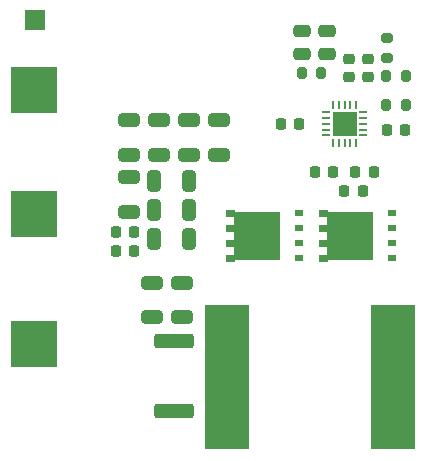
<source format=gts>
G04 #@! TF.GenerationSoftware,KiCad,Pcbnew,(6.0.5)*
G04 #@! TF.CreationDate,2023-03-06T18:53:00-08:00*
G04 #@! TF.ProjectId,12V_Converter_LM5152x-Q1,3132565f-436f-46e7-9665-727465725f4c,rev?*
G04 #@! TF.SameCoordinates,Original*
G04 #@! TF.FileFunction,Soldermask,Top*
G04 #@! TF.FilePolarity,Negative*
%FSLAX46Y46*%
G04 Gerber Fmt 4.6, Leading zero omitted, Abs format (unit mm)*
G04 Created by KiCad (PCBNEW (6.0.5)) date 2023-03-06 18:53:00*
%MOMM*%
%LPD*%
G01*
G04 APERTURE LIST*
G04 Aperture macros list*
%AMRoundRect*
0 Rectangle with rounded corners*
0 $1 Rounding radius*
0 $2 $3 $4 $5 $6 $7 $8 $9 X,Y pos of 4 corners*
0 Add a 4 corners polygon primitive as box body*
4,1,4,$2,$3,$4,$5,$6,$7,$8,$9,$2,$3,0*
0 Add four circle primitives for the rounded corners*
1,1,$1+$1,$2,$3*
1,1,$1+$1,$4,$5*
1,1,$1+$1,$6,$7*
1,1,$1+$1,$8,$9*
0 Add four rect primitives between the rounded corners*
20,1,$1+$1,$2,$3,$4,$5,0*
20,1,$1+$1,$4,$5,$6,$7,0*
20,1,$1+$1,$6,$7,$8,$9,0*
20,1,$1+$1,$8,$9,$2,$3,0*%
G04 Aperture macros list end*
%ADD10C,0.100000*%
%ADD11R,1.700000X1.700000*%
%ADD12RoundRect,0.250000X0.650000X-0.325000X0.650000X0.325000X-0.650000X0.325000X-0.650000X-0.325000X0*%
%ADD13RoundRect,0.225000X-0.225000X-0.250000X0.225000X-0.250000X0.225000X0.250000X-0.225000X0.250000X0*%
%ADD14RoundRect,0.225000X-0.250000X0.225000X-0.250000X-0.225000X0.250000X-0.225000X0.250000X0.225000X0*%
%ADD15RoundRect,0.250000X-0.650000X0.325000X-0.650000X-0.325000X0.650000X-0.325000X0.650000X0.325000X0*%
%ADD16RoundRect,0.200000X0.275000X-0.200000X0.275000X0.200000X-0.275000X0.200000X-0.275000X-0.200000X0*%
%ADD17RoundRect,0.250000X-1.425000X0.362500X-1.425000X-0.362500X1.425000X-0.362500X1.425000X0.362500X0*%
%ADD18R,4.000000X4.000000*%
%ADD19R,0.700000X0.240000*%
%ADD20R,0.240000X0.700000*%
%ADD21R,0.700000X0.239283*%
%ADD22R,2.050000X2.050000*%
%ADD23RoundRect,0.225000X0.225000X0.250000X-0.225000X0.250000X-0.225000X-0.250000X0.225000X-0.250000X0*%
%ADD24R,0.711200X0.508000*%
%ADD25RoundRect,0.200000X0.200000X0.275000X-0.200000X0.275000X-0.200000X-0.275000X0.200000X-0.275000X0*%
%ADD26RoundRect,0.250000X-0.475000X0.250000X-0.475000X-0.250000X0.475000X-0.250000X0.475000X0.250000X0*%
%ADD27R,3.759200X12.293600*%
%ADD28RoundRect,0.200000X-0.200000X-0.275000X0.200000X-0.275000X0.200000X0.275000X-0.200000X0.275000X0*%
%ADD29RoundRect,0.250000X-0.325000X-0.650000X0.325000X-0.650000X0.325000X0.650000X-0.325000X0.650000X0*%
G04 APERTURE END LIST*
G36*
X91577998Y-106908600D02*
G01*
X95413398Y-106908600D01*
X95413398Y-110896400D01*
X91577998Y-110896400D01*
X91578001Y-111061500D01*
X90866801Y-111061500D01*
X90866801Y-110553500D01*
X91578001Y-110553500D01*
X91578001Y-109791500D01*
X90866801Y-109791500D01*
X90866801Y-109283500D01*
X91578001Y-109283500D01*
X91578001Y-108521500D01*
X90866801Y-108521500D01*
X90866801Y-108013500D01*
X91578001Y-108013500D01*
X91578001Y-107251500D01*
X90866801Y-107251500D01*
X90866801Y-106743500D01*
X91578001Y-106743500D01*
X91577998Y-106908600D01*
G37*
D10*
X91577998Y-106908600D02*
X95413398Y-106908600D01*
X95413398Y-110896400D01*
X91577998Y-110896400D01*
X91578001Y-111061500D01*
X90866801Y-111061500D01*
X90866801Y-110553500D01*
X91578001Y-110553500D01*
X91578001Y-109791500D01*
X90866801Y-109791500D01*
X90866801Y-109283500D01*
X91578001Y-109283500D01*
X91578001Y-108521500D01*
X90866801Y-108521500D01*
X90866801Y-108013500D01*
X91578001Y-108013500D01*
X91578001Y-107251500D01*
X90866801Y-107251500D01*
X90866801Y-106743500D01*
X91578001Y-106743500D01*
X91577998Y-106908600D01*
G36*
X99451998Y-106914950D02*
G01*
X103287398Y-106914950D01*
X103287398Y-110902750D01*
X99451998Y-110902750D01*
X99452001Y-111067850D01*
X98740801Y-111067850D01*
X98740801Y-110559850D01*
X99452001Y-110559850D01*
X99452001Y-109797850D01*
X98740801Y-109797850D01*
X98740801Y-109289850D01*
X99452001Y-109289850D01*
X99452001Y-108527850D01*
X98740801Y-108527850D01*
X98740801Y-108019850D01*
X99452001Y-108019850D01*
X99452001Y-107257850D01*
X98740801Y-107257850D01*
X98740801Y-106749850D01*
X99452001Y-106749850D01*
X99451998Y-106914950D01*
G37*
X99451998Y-106914950D02*
X103287398Y-106914950D01*
X103287398Y-110902750D01*
X99451998Y-110902750D01*
X99452001Y-111067850D01*
X98740801Y-111067850D01*
X98740801Y-110559850D01*
X99452001Y-110559850D01*
X99452001Y-109797850D01*
X98740801Y-109797850D01*
X98740801Y-109289850D01*
X99452001Y-109289850D01*
X99452001Y-108527850D01*
X98740801Y-108527850D01*
X98740801Y-108019850D01*
X99452001Y-108019850D01*
X99452001Y-107257850D01*
X98740801Y-107257850D01*
X98740801Y-106749850D01*
X99452001Y-106749850D01*
X99451998Y-106914950D01*
D11*
X74726800Y-90728800D03*
D12*
X84632800Y-115870250D03*
X84632800Y-112920250D03*
D13*
X95541800Y-99466400D03*
X97091800Y-99466400D03*
D14*
X102920800Y-93967000D03*
X102920800Y-95517000D03*
D15*
X87731600Y-99153450D03*
X87731600Y-102103450D03*
D16*
X104546400Y-93890600D03*
X104546400Y-92240600D03*
D13*
X81571800Y-110286800D03*
X83121800Y-110286800D03*
D15*
X85191600Y-99153450D03*
X85191600Y-102103450D03*
D17*
X86461600Y-117833550D03*
X86461600Y-123758550D03*
D18*
X74625200Y-118110000D03*
D19*
X99339600Y-98466399D03*
X99339600Y-98966401D03*
X99339600Y-99466400D03*
X99339600Y-99966402D03*
X99339600Y-100466401D03*
D20*
X99939599Y-101066400D03*
X100439601Y-101066400D03*
X100939600Y-101066400D03*
X101439602Y-101066400D03*
X101939601Y-101066400D03*
D21*
X102539600Y-100466400D03*
X102539600Y-99966400D03*
D19*
X102539600Y-99466400D03*
X102539600Y-98966400D03*
X102539600Y-98466399D03*
D20*
X101939600Y-97866400D03*
X101439600Y-97866400D03*
X100939600Y-97866400D03*
X100439600Y-97866400D03*
X99939599Y-97866400D03*
D22*
X100939600Y-99466400D03*
D23*
X99987400Y-103530400D03*
X98437400Y-103530400D03*
D24*
X97042399Y-110807500D03*
X97042399Y-109537500D03*
X97042399Y-108267500D03*
X97042399Y-106997500D03*
X91222401Y-106997500D03*
X91222401Y-108267500D03*
X91222401Y-109537500D03*
X91222401Y-110807500D03*
D18*
X74625200Y-107086400D03*
D25*
X106133400Y-97891600D03*
X104483400Y-97891600D03*
D24*
X104916399Y-110813850D03*
X104916399Y-109543850D03*
X104916399Y-108273850D03*
X104916399Y-107003850D03*
X99096401Y-107003850D03*
X99096401Y-108273850D03*
X99096401Y-109543850D03*
X99096401Y-110813850D03*
D26*
X99466400Y-91658400D03*
X99466400Y-93558400D03*
D18*
X74676000Y-96621600D03*
D27*
X91020900Y-120948450D03*
X105067100Y-120948450D03*
D15*
X82702400Y-103985800D03*
X82702400Y-106935800D03*
D13*
X101841000Y-103530400D03*
X103391000Y-103530400D03*
D28*
X97320600Y-95148400D03*
X98970600Y-95148400D03*
D15*
X90271600Y-99153450D03*
X90271600Y-102103450D03*
D28*
X104483400Y-95453200D03*
X106133400Y-95453200D03*
D13*
X81571800Y-108661200D03*
X83121800Y-108661200D03*
D29*
X84834200Y-106781600D03*
X87784200Y-106781600D03*
X84834200Y-104286050D03*
X87784200Y-104286050D03*
D15*
X82702400Y-99159800D03*
X82702400Y-102109800D03*
D29*
X87784200Y-109220000D03*
X84834200Y-109220000D03*
D12*
X87172800Y-115870250D03*
X87172800Y-112920250D03*
D13*
X104533400Y-100025200D03*
X106083400Y-100025200D03*
D14*
X101295200Y-93967000D03*
X101295200Y-95517000D03*
D26*
X97332800Y-91658400D03*
X97332800Y-93558400D03*
D13*
X100926600Y-105206800D03*
X102476600Y-105206800D03*
M02*

</source>
